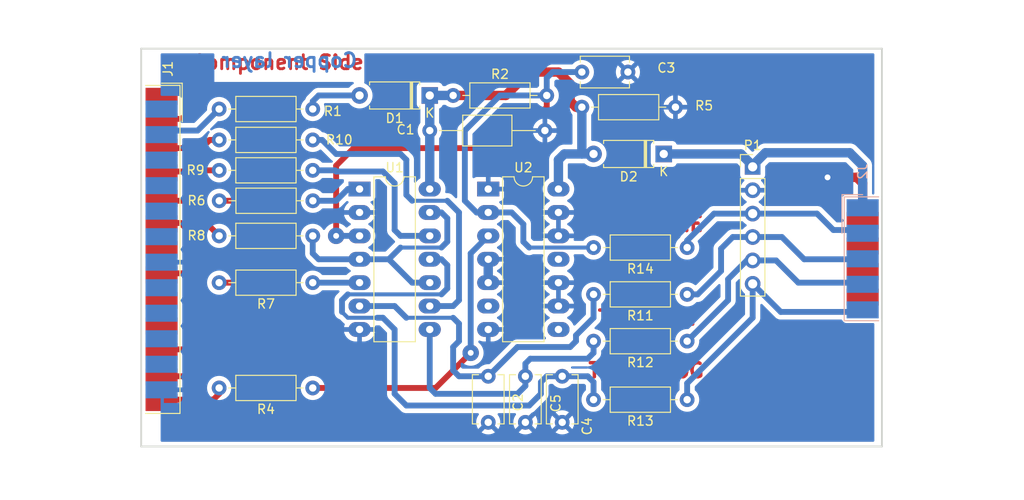
<source format=kicad_pcb>
(kicad_pcb (version 20220621) (generator pcbnew)
  (title_block (rev "1") (company "Kicad Demo"))
  (layers (0 "F.Cu" signal "top_copper") (31 "B.Cu" signal "bottom_copper") (34 "B.Paste" user) (35 "F.Paste" user) (36 "B.SilkS" user "B.Silkscreen") (37 "F.SilkS" user "F.Silkscreen") (38 "B.Mask" user) (39 "F.Mask" user) (44 "Edge.Cuts" user))
  (net 0 "")
  (net 1 "/CLK-D1")
  (net 2 "/CTRL-D3")
  (net 3 "/DONE-SELECT*")
  (net 4 "/PWR_3,3-5V")
  (net 5 "/TCK-CCLK")
  (net 6 "/TD0-DONE")
  (net 7 "/TD0-PROG-D4")
  (net 8 "/TDI-DIN")
  (net 9 "/TDI-DIN-D0")
  (net 10 "/TMS-PROG")
  (net 11 "/TMS-PROG-D2")
  (net 12 "/VCC_SENSE-ERROR*")
  (net 13 "GND")
  (net 14 "VCC")
  (net 15 "Net-(U1B-O)")
  (net 16 "Net-(U1A-O)")
  (net 20 "Net-(U1D-O)")
  (net 21 "Net-(U1C-O)")
  (net 22 "Net-(D1-K)")
  (net 29 "Net-(J1-Pad11)")
  (net 34 "Net-(U2A-O)")
  (net 35 "Net-(U1A-E)")
  (net 36 "Net-(U1B-D)")
  (net 37 "Net-(U1B-E)")
  (net 38 "Net-(U1D-D)")
  (net 39 "Net-(U1C-D)")
  (footprint "Resistor_THT:R_Axial_DIN0207_L6.3mm_D2.5mm_P10.16mm_Horizontal" (layer "F.Cu") (at 162.56 88.9 180)
    (fp_text reference "R14" (at 5.08 -2.31 180) (layer "F.SilkS"))
    (fp_text value "100")
    (fp_line (start 1.04 0) (end 1.81 0) (stroke (width 0.12)) (layer "F.SilkS"))
    (fp_line (start 1.81 -1.37) (end 1.81 1.37) (stroke (width 0.12)) (layer "F.SilkS"))
    (fp_line (start 1.81 1.37) (end 8.35 1.37) (stroke (width 0.12)) (layer "F.SilkS"))
    (fp_line (start 8.35 -1.37) (end 1.81 -1.37) (stroke (width 0.12)) (layer "F.SilkS"))
    (fp_line (start 8.35 1.37) (end 8.35 -1.37) (stroke (width 0.12)) (layer "F.SilkS"))
    (fp_line (start 9.12 0) (end 8.35 0) (stroke (width 0.12)) (layer "F.SilkS"))
    (pad "1" thru_hole circle (at 0 0 180) (size 1.6 1.6) (drill 0.8) (layers *.Cu *.Mask) (net 6 "/TD0-DONE"))
    (pad "2" thru_hole oval (at 10.16 0 180) (size 1.6 1.6) (drill 0.8) (layers *.Cu *.Mask) (net 16 "Net-(U1A-O)"))
  )
  (footprint "Resistor_THT:R_Axial_DIN0207_L6.3mm_D2.5mm_P10.16mm_Horizontal" (layer "F.Cu") (at 121.92 80.518 180)
    (fp_text reference "R9" (at 12.72 0.018 180) (layer "F.SilkS"))
    (fp_text value "100")
    (fp_line (start 1.04 0) (end 1.81 0) (stroke (width 0.12)) (layer "F.SilkS"))
    (fp_line (start 1.81 -1.37) (end 1.81 1.37) (stroke (width 0.12)) (layer "F.SilkS"))
    (fp_line (start 1.81 1.37) (end 8.35 1.37) (stroke (width 0.12)) (layer "F.SilkS"))
    (fp_line (start 8.35 -1.37) (end 1.81 -1.37) (stroke (width 0.12)) (layer "F.SilkS"))
    (fp_line (start 8.35 1.37) (end 8.35 -1.37) (stroke (width 0.12)) (layer "F.SilkS"))
    (fp_line (start 9.12 0) (end 8.35 0) (stroke (width 0.12)) (layer "F.SilkS"))
    (pad "1" thru_hole circle (at 0 0 180) (size 1.6 1.6) (drill 0.8) (layers *.Cu *.Mask) (net 38 "Net-(U1D-D)"))
    (pad "2" thru_hole oval (at 10.16 0 180) (size 1.6 1.6) (drill 0.8) (layers *.Cu *.Mask) (net 11 "/TMS-PROG-D2"))
  )
  (footprint "Resistor_THT:R_Axial_DIN0207_L6.3mm_D2.5mm_P10.16mm_Horizontal" (layer "F.Cu") (at 121.92 104.14 180)
    (fp_text reference "R4" (at 5.08 -2.31 180) (layer "F.SilkS"))
    (fp_text value "47")
    (fp_line (start 1.04 0) (end 1.81 0) (stroke (width 0.12)) (layer "F.SilkS"))
    (fp_line (start 1.81 -1.37) (end 1.81 1.37) (stroke (width 0.12)) (layer "F.SilkS"))
    (fp_line (start 1.81 1.37) (end 8.35 1.37) (stroke (width 0.12)) (layer "F.SilkS"))
    (fp_line (start 8.35 -1.37) (end 1.81 -1.37) (stroke (width 0.12)) (layer "F.SilkS"))
    (fp_line (start 8.35 1.37) (end 8.35 -1.37) (stroke (width 0.12)) (layer "F.SilkS"))
    (fp_line (start 9.12 0) (end 8.35 0) (stroke (width 0.12)) (layer "F.SilkS"))
    (pad "1" thru_hole circle (at 0 0 180) (size 1.6 1.6) (drill 0.8) (layers *.Cu *.Mask) (net 34 "Net-(U2A-O)"))
    (pad "2" thru_hole oval (at 10.16 0 180) (size 1.6 1.6) (drill 0.8) (layers *.Cu *.Mask) (net 3 "/DONE-SELECT*"))
  )
  (footprint "Resistor_THT:R_Axial_DIN0207_L6.3mm_D2.5mm_P10.16mm_Horizontal" (layer "F.Cu") (at 162.56 105.41 180)
    (fp_text reference "R13" (at 5.08 -2.31 180) (layer "F.SilkS"))
    (fp_text value "100")
    (fp_line (start 1.04 0) (end 1.81 0) (stroke (width 0.12)) (layer "F.SilkS"))
    (fp_line (start 1.81 -1.37) (end 1.81 1.37) (stroke (width 0.12)) (layer "F.SilkS"))
    (fp_line (start 1.81 1.37) (end 8.35 1.37) (stroke (width 0.12)) (layer "F.SilkS"))
    (fp_line (start 8.35 -1.37) (end 1.81 -1.37) (stroke (width 0.12)) (layer "F.SilkS"))
    (fp_line (start 8.35 1.37) (end 8.35 -1.37) (stroke (width 0.12)) (layer "F.SilkS"))
    (fp_line (start 9.12 0) (end 8.35 0) (stroke (width 0.12)) (layer "F.SilkS"))
    (pad "1" thru_hole circle (at 0 0 180) (size 1.6 1.6) (drill 0.8) (layers *.Cu *.Mask) (net 10 "/TMS-PROG"))
    (pad "2" thru_hole oval (at 10.16 0 180) (size 1.6 1.6) (drill 0.8) (layers *.Cu *.Mask) (net 20 "Net-(U1D-O)"))
  )
  (footprint "Resistor_THT:R_Axial_DIN0207_L6.3mm_D2.5mm_P10.16mm_Horizontal" (layer "F.Cu") (at 162.56 99.06 180)
    (fp_text reference "R12" (at 5.08 -2.31 180) (layer "F.SilkS"))
    (fp_text value "100")
    (fp_line (start 1.04 0) (end 1.81 0) (stroke (width 0.12)) (layer "F.SilkS"))
    (fp_line (start 1.81 -1.37) (end 1.81 1.37) (stroke (width 0.12)) (layer "F.SilkS"))
    (fp_line (start 1.81 1.37) (end 8.35 1.37) (stroke (width 0.12)) (layer "F.SilkS"))
    (fp_line (start 8.35 -1.37) (end 1.81 -1.37) (stroke (width 0.12)) (layer "F.SilkS"))
    (fp_line (start 8.35 1.37) (end 8.35 -1.37) (stroke (width 0.12)) (layer "F.SilkS"))
    (fp_line (start 9.12 0) (end 8.35 0) (stroke (width 0.12)) (layer "F.SilkS"))
    (pad "1" thru_hole circle (at 0 0 180) (size 1.6 1.6) (drill 0.8) (layers *.Cu *.Mask) (net 5 "/TCK-CCLK"))
    (pad "2" thru_hole oval (at 10.16 0 180) (size 1.6 1.6) (drill 0.8) (layers *.Cu *.Mask) (net 21 "Net-(U1C-O)"))
  )
  (footprint "Resistor_THT:R_Axial_DIN0207_L6.3mm_D2.5mm_P10.16mm_Horizontal" (layer "F.Cu") (at 162.56 93.98 180)
    (fp_text reference "R11" (at 5.08 -2.31 180) (layer "F.SilkS"))
    (fp_text value "100")
    (fp_line (start 1.04 0) (end 1.81 0) (stroke (width 0.12)) (layer "F.SilkS"))
    (fp_line (start 1.81 -1.37) (end 1.81 1.37) (stroke (width 0.12)) (layer "F.SilkS"))
    (fp_line (start 1.81 1.37) (end 8.35 1.37) (stroke (width 0.12)) (layer "F.SilkS"))
    (fp_line (start 8.35 -1.37) (end 1.81 -1.37) (stroke (width 0.12)) (layer "F.SilkS"))
    (fp_line (start 8.35 1.37) (end 8.35 -1.37) (stroke (width 0.12)) (layer "F.SilkS"))
    (fp_line (start 9.12 0) (end 8.35 0) (stroke (width 0.12)) (layer "F.SilkS"))
    (pad "1" thru_hole circle (at 0 0 180) (size 1.6 1.6) (drill 0.8) (layers *.Cu *.Mask) (net 8 "/TDI-DIN"))
    (pad "2" thru_hole oval (at 10.16 0 180) (size 1.6 1.6) (drill 0.8) (layers *.Cu *.Mask) (net 15 "Net-(U1B-O)"))
  )
  (footprint "Resistor_THT:R_Axial_DIN0207_L6.3mm_D2.5mm_P10.16mm_Horizontal" (layer "F.Cu") (at 121.92 87.63 180)
    (fp_text reference "R8" (at 12.62 0.03 180) (layer "F.SilkS"))
    (fp_text value "100")
    (fp_line (start 1.04 0) (end 1.81 0) (stroke (width 0.12)) (layer "F.SilkS"))
    (fp_line (start 1.81 -1.37) (end 1.81 1.37) (stroke (width 0.12)) (layer "F.SilkS"))
    (fp_line (start 1.81 1.37) (end 8.35 1.37) (stroke (width 0.12)) (layer "F.SilkS"))
    (fp_line (start 8.35 -1.37) (end 1.81 -1.37) (stroke (width 0.12)) (layer "F.SilkS"))
    (fp_line (start 8.35 1.37) (end 8.35 -1.37) (stroke (width 0.12)) (layer "F.SilkS"))
    (fp_line (start 9.12 0) (end 8.35 0) (stroke (width 0.12)) (layer "F.SilkS"))
    (pad "1" thru_hole circle (at 0 0 180) (size 1.6 1.6) (drill 0.8) (layers *.Cu *.Mask) (net 37 "Net-(U1B-E)"))
    (pad "2" thru_hole oval (at 10.16 0 180) (size 1.6 1.6) (drill 0.8) (layers *.Cu *.Mask) (net 2 "/CTRL-D3"))
  )
  (footprint "Resistor_THT:R_Axial_DIN0207_L6.3mm_D2.5mm_P10.16mm_Horizontal" (layer "F.Cu") (at 121.92 92.71 180)
    (fp_text reference "R7" (at 5.08 -2.31 180) (layer "F.SilkS"))
    (fp_text value "100")
    (fp_line (start 1.04 0) (end 1.81 0) (stroke (width 0.12)) (layer "F.SilkS"))
    (fp_line (start 1.81 -1.37) (end 1.81 1.37) (stroke (width 0.12)) (layer "F.SilkS"))
    (fp_line (start 1.81 1.37) (end 8.35 1.37) (stroke (width 0.12)) (layer "F.SilkS"))
    (fp_line (start 8.35 -1.37) (end 1.81 -1.37) (stroke (width 0.12)) (layer "F.SilkS"))
    (fp_line (start 8.35 1.37) (end 8.35 -1.37) (stroke (width 0.12)) (layer "F.SilkS"))
    (fp_line (start 9.12 0) (end 8.35 0) (stroke (width 0.12)) (layer "F.SilkS"))
    (pad "1" thru_hole circle (at 0 0 180) (size 1.6 1.6) (drill 0.8) (layers *.Cu *.Mask) (net 36 "Net-(U1B-D)"))
    (pad "2" thru_hole oval (at 10.16 0 180) (size 1.6 1.6) (drill 0.8) (layers *.Cu *.Mask) (net 9 "/TDI-DIN-D0"))
  )
  (footprint "Resistor_THT:R_Axial_DIN0207_L6.3mm_D2.5mm_P10.16mm_Horizontal" (layer "F.Cu") (at 121.9327 83.82 180)
    (fp_text reference "R6" (at 12.6327 0.02 180) (layer "F.SilkS"))
    (fp_text value "100")
    (fp_line (start 1.04 0) (end 1.81 0) (stroke (width 0.12)) (layer "F.SilkS"))
    (fp_line (start 1.81 -1.37) (end 1.81 1.37) (stroke (width 0.12)) (layer "F.SilkS"))
    (fp_line (start 1.81 1.37) (end 8.35 1.37) (stroke (width 0.12)) (layer "F.SilkS"))
    (fp_line (start 8.35 -1.37) (end 1.81 -1.37) (stroke (width 0.12)) (layer "F.SilkS"))
    (fp_line (start 8.35 1.37) (end 8.35 -1.37) (stroke (width 0.12)) (layer "F.SilkS"))
    (fp_line (start 9.12 0) (end 8.35 0) (stroke (width 0.12)) (layer "F.SilkS"))
    (pad "1" thru_hole circle (at 0 0 180) (size 1.6 1.6) (drill 0.8) (layers *.Cu *.Mask) (net 35 "Net-(U1A-E)"))
    (pad "2" thru_hole oval (at 10.16 0 180) (size 1.6 1.6) (drill 0.8) (layers *.Cu *.Mask) (net 7 "/TD0-PROG-D4"))
  )
  (footprint "Resistor_THT:R_Axial_DIN0207_L6.3mm_D2.5mm_P10.16mm_Horizontal" (layer "F.Cu") (at 137.16 72.39)
    (fp_text reference "R2" (at 5.08 -2.31) (layer "F.SilkS"))
    (fp_text value "5,1K")
    (fp_line (start 1.04 0) (end 1.81 0) (stroke (width 0.12)) (layer "F.SilkS"))
    (fp_line (start 1.81 -1.37) (end 1.81 1.37) (stroke (width 0.12)) (layer "F.SilkS"))
    (fp_line (start 1.81 1.37) (end 8.35 1.37) (stroke (width 0.12)) (layer "F.SilkS"))
    (fp_line (start 8.35 -1.37) (end 1.81 -1.37) (stroke (width 0.12)) (layer "F.SilkS"))
    (fp_line (start 8.35 1.37) (end 8.35 -1.37) (stroke (width 0.12)) (layer "F.SilkS"))
    (fp_line (start 9.12 0) (end 8.35 0) (stroke (width 0.12)) (layer "F.SilkS"))
    (pad "1" thru_hole circle (at 0 0) (size 1.6 1.6) (drill 0.8) (layers *.Cu *.Mask) (net 14 "VCC"))
    (pad "2" thru_hole oval (at 10.16 0) (size 1.6 1.6) (drill 0.8) (layers *.Cu *.Mask) (net 16 "Net-(U1A-O)"))
  )
  (footprint "Resistor_THT:R_Axial_DIN0207_L6.3mm_D2.5mm_P10.16mm_Horizontal" (layer "F.Cu") (at 151.13 73.66)
    (fp_text reference "R5" (at 13.27 -0.16) (layer "F.SilkS"))
    (fp_text value "1K")
    (fp_line (start 1.04 0) (end 1.81 0) (stroke (width 0.12)) (layer "F.SilkS"))
    (fp_line (start 1.81 -1.37) (end 1.81 1.37) (stroke (width 0.12)) (layer "F.SilkS"))
    (fp_line (start 1.81 1.37) (end 8.35 1.37) (stroke (width 0.12)) (layer "F.SilkS"))
    (fp_line (start 8.35 -1.37) (end 1.81 -1.37) (stroke (width 0.12)) (layer "F.SilkS"))
    (fp_line (start 8.35 1.37) (end 8.35 -1.37) (stroke (width 0.12)) (layer "F.SilkS"))
    (fp_line (start 9.12 0) (end 8.35 0) (stroke (width 0.12)) (layer "F.SilkS"))
    (pad "1" thru_hole circle (at 0 0) (size 1.6 1.6) (drill 0.8) (layers *.Cu *.Mask) (net 14 "VCC"))
    (pad "2" thru_hole oval (at 10.16 0) (size 1.6 1.6) (drill 0.8) (layers *.Cu *.Mask) (net 13 "GND"))
  )
  (footprint "Resistor_THT:R_Axial_DIN0207_L6.3mm_D2.5mm_P10.16mm_Horizontal" (layer "F.Cu") (at 121.92 77.216 180)
    (fp_text reference "R10" (at -2.88 0.016 180) (layer "F.SilkS"))
    (fp_text value "100")
    (fp_line (start 1.04 0) (end 1.81 0) (stroke (width 0.12)) (layer "F.SilkS"))
    (fp_line (start 1.81 -1.37) (end 1.81 1.37) (stroke (width 0.12)) (layer "F.SilkS"))
    (fp_line (start 1.81 1.37) (end 8.35 1.37) (stroke (width 0.12)) (layer "F.SilkS"))
    (fp_line (start 8.35 -1.37) (end 1.81 -1.37) (stroke (width 0.12)) (layer "F.SilkS"))
    (fp_line (start 8.35 1.37) (end 8.35 -1.37) (stroke (width 0.12)) (layer "F.SilkS"))
    (fp_line (start 9.12 0) (end 8.35 0) (stroke (width 0.12)) (layer "F.SilkS"))
    (pad "1" thru_hole circle (at 0 0 180) (size 1.6 1.6) (drill 0.8) (layers *.Cu *.Mask) (net 39 "Net-(U1C-D)"))
    (pad "2" thru_hole oval (at 10.16 0 180) (size 1.6 1.6) (drill 0.8) (layers *.Cu *.Mask) (net 1 "/CLK-D1"))
  )
  (footprint "Diode_THT:D_A-405_P7.62mm_Horizontal" (layer "F.Cu") (at 160.02 78.74 180)
    (fp_text reference "D2" (at 3.81 -2.47 180) (layer "F.SilkS"))
    (fp_text value "BAT46")
    (fp_text user "K" (at 0 -1.9 180) (layer "F.SilkS"))
    (fp_line (start 1.09 -1.47) (end 6.53 -1.47) (stroke (width 0.12)) (layer "F.SilkS"))
    (fp_line (start 1.09 -1.14) (end 1.09 -1.47) (stroke (width 0.12)) (layer "F.SilkS"))
    (fp_line (start 1.09 1.14) (end 1.09 1.47) (stroke (width 0.12)) (layer "F.SilkS"))
    (fp_line (start 1.09 1.47) (end 6.53 1.47) (stroke (width 0.12)) (layer "F.SilkS"))
    (fp_line (start 1.87 -1.47) (end 1.87 1.47) (stroke (width 0.12)) (layer "F.SilkS"))
    (fp_line (start 1.99 -1.47) (end 1.99 1.47) (stroke (width 0.12)) (layer "F.SilkS"))
    (fp_line (start 2.11 -1.47) (end 2.11 1.47) (stroke (width 0.12)) (layer "F.SilkS"))
    (fp_line (start 6.53 -1.47) (end 6.53 -1.14) (stroke (width 0.12)) (layer "F.SilkS"))
    (fp_line (start 6.53 1.47) (end 6.53 1.14) (stroke (width 0.12)) (layer "F.SilkS"))
    (pad "1" thru_hole rect (at 0 0 180) (size 1.8 1.8) (drill 0.9) (layers *.Cu *.Mask) (net 4 "/PWR_3,3-5V"))
    (pad "2" thru_hole oval (at 7.62 0 180) (size 1.8 1.8) (drill 0.9) (layers *.Cu *.Mask) (net 14 "VCC"))
  )
  (footprint "Diode_THT:D_A-405_P7.62mm_Horizontal" (layer "F.Cu") (at 134.62 72.39 180)
    (fp_text reference "D1" (at 3.81 -2.47 180) (layer "F.SilkS"))
    (fp_text value "BAT46")
    (fp_text user "K" (at 0 -1.9 180) (layer "F.SilkS"))
    (fp_line (start 1.09 -1.47) (end 6.53 -1.47) (stroke (width 0.12)) (layer "F.SilkS"))
    (fp_line (start 1.09 -1.14) (end 1.09 -1.47) (stroke (width 0.12)) (layer "F.SilkS"))
    (fp_line (start 1.09 1.14) (end 1.09 1.47) (stroke (width 0.12)) (layer "F.SilkS"))
    (fp_line (start 1.09 1.47) (end 6.53 1.47) (stroke (width 0.12)) (layer "F.SilkS"))
    (fp_line (start 1.87 -1.47) (end 1.87 1.47) (stroke (width 0.12)) (layer "F.SilkS"))
    (fp_line (start 1.99 -1.47) (end 1.99 1.47) (stroke (width 0.12)) (layer "F.SilkS"))
    (fp_line (start 2.11 -1.47) (end 2.11 1.47) (stroke (width 0.12)) (layer "F.SilkS"))
    (fp_line (start 6.53 -1.47) (end 6.53 -1.14) (stroke (width 0.12)) (layer "F.SilkS"))
    (fp_line (start 6.53 1.47) (end 6.53 1.14) (stroke (width 0.12)) (layer "F.SilkS"))
    (pad "1" thru_hole rect (at 0 0 180) (size 1.8 1.8) (drill 0.9) (layers *.Cu *.Mask) (net 14 "VCC"))
    (pad "2" thru_hole oval (at 7.62 0 180) (size 1.8 1.8) (drill 0.9) (layers *.Cu *.Mask) (net 22 "Net-(D1-K)"))
  )
  (footprint "Resistor_THT:R_Axial_DIN0207_L6.3mm_D2.5mm_P10.16mm_Horizontal" (layer "F.Cu") (at 121.92 73.8632 180)
    (fp_text reference "R1" (at -2.18 -0.2368 180) (layer "F.SilkS"))
    (fp_text value "100")
    (fp_line (start 1.04 0) (end 1.81 0) (stroke (width 0.12)) (layer "F.SilkS"))
    (fp_line (start 1.81 -1.37) (end 1.81 1.37) (stroke (width 0.12)) (layer "F.SilkS"))
    (fp_line (start 1.81 1.37) (end 8.35 1.37) (stroke (width 0.12)) (layer "F.SilkS"))
    (fp_line (start 8.35 -1.37) (end 1.81 -1.37) (stroke (width 0.12)) (layer "F.SilkS"))
    (fp_line (start 8.35 1.37) (end 8.35 -1.37) (stroke (width 0.12)) (layer "F.SilkS"))
    (fp_line (start 9.12 0) (end 8.35 0) (stroke (width 0.12)) (layer "F.SilkS"))
    (pad "1" thru_hole circle (at 0 0 180) (size 1.6 1.6) (drill 0.8) (layers *.Cu *.Mask) (net 22 "Net-(D1-K)"))
    (pad "2" thru_hole oval (at 10.16 0 180) (size 1.6 1.6) (drill 0.8) (layers *.Cu *.Mask) (net 12 "/VCC_SENSE-ERROR*"))
  )
  (footprint "Capacitor_THT:C_Axial_L5.1mm_D3.1mm_P12.50mm_Horizontal" (layer "F.Cu") (at 134.62 76.2)
    (fp_text reference "C1" (at -2.62 -0.1) (layer "F.SilkS"))
    (fp_text value "1uF")
    (fp_line (start 1.04 0) (end 3.58 0) (stroke (width 0.12)) (layer "F.SilkS"))
    (fp_line (start 3.58 -1.67) (end 3.58 1.67) (stroke (width 0.12)) (layer "F.SilkS"))
    (fp_line (start 3.58 1.67) (end 8.92 1.67) (stroke (width 0.12)) (layer "F.SilkS"))
    (fp_line (start 8.92 -1.67) (end 3.58 -1.67) (stroke (width 0.12)) (layer "F.SilkS"))
    (fp_line (start 8.92 1.67) (end 8.92 -1.67) (stroke (width 0.12)) (layer "F.SilkS"))
    (fp_line (start 11.46 0) (end 8.92 0) (stroke (width 0.12)) (layer "F.SilkS"))
    (pad "1" thru_hole circle (at 0 0) (size 1.6 1.6) (drill 0.8) (layers *.Cu *.Mask) (net 14 "VCC"))
    (pad "2" thru_hole oval (at 12.5 0) (size 1.6 1.6) (drill 0.8) (layers *.Cu *.Mask) (net 13 "GND"))
  )
  (footprint "Connector_PinHeader_2.54mm:PinHeader_1x06_P2.54mm_Vertical" (layer "F.Cu") (at 169.672 80.137)
    (fp_text reference "P1" (at 0 -2.33) (layer "F.SilkS"))
    (fp_text value "CONN_6")
    (fp_line (start -1.33 -1.33) (end 0 -1.33) (stroke (width 0.12)) (layer "F.SilkS"))
    (fp_line (start -1.33 0) (end -1.33 -1.33) (stroke (width 0.12)) (layer "F.SilkS"))
    (fp_line (start -1.33 1.27) (end -1.33 14.03) (stroke (width 0.12)) (layer "F.SilkS"))
    (fp_line (start -1.33 1.27) (end 1.33 1.27) (stroke (width 0.12)) (layer "F.SilkS"))
    (fp_line (start -1.33 14.03) (end 1.33 14.03) (stroke (width 0.12)) (layer "F.SilkS"))
    (fp_line (start 1.33 1.27) (end 1.33 14.03) (stroke (width 0.12)) (layer "F.SilkS"))
    (pad "1" thru_hole rect locked (at 0 0) (size 1.7 1.7) (drill 1) (layers *.Cu *.Mask) (net 4 "/PWR_3,3-5V"))
    (pad "2" thru_hole oval locked (at 0 2.54) (size 1.7 1.7) (drill 1) (layers *.Cu *.Mask) (net 13 "GND"))
    (pad "3" thru_hole oval locked (at 0 5.08) (size 1.7 1.7) (drill 1) (layers *.Cu *.Mask) (net 6 "/TD0-DONE"))
    (pad "4" thru_hole oval locked (at 0 7.62) (size 1.7 1.7) (drill 1) (layers *.Cu *.Mask) (net 8 "/TDI-DIN"))
    (pad "5" thru_hole oval locked (at 0 10.16) (size 1.7 1.7) (drill 1) (layers *.Cu *.Mask) (net 5 "/TCK-CCLK"))
    (pad "6" thru_hole oval locked (at 0 12.7) (size 1.7 1.7) (drill 1) (layers *.Cu *.Mask) (net 10 "/TMS-PROG"))
  )
  (footprint "Package_DIP:DIP-14_W7.62mm_LongPads" (layer "F.Cu") (at 140.97 82.55)
    (fp_text reference "U2" (at 3.81 -2.33) (layer "F.SilkS"))
    (fp_text value "74LS125")
    (fp_line (start 1.56 -1.33) (end 1.56 16.57) (stroke (width 0.12)) (layer "F.SilkS"))
    (fp_line (start 1.56 16.57) (end 6.06 16.57) (stroke (width 0.12)) (layer "F.SilkS"))
    (fp_line (start 2.81 -1.33) (end 1.56 -1.33) (stroke (width 0.12)) (layer "F.SilkS"))
    (fp_line (start 6.06 -1.33) (end 4.81 -1.33) (stroke (width 0.12)) (layer "F.SilkS"))
    (fp_line (start 6.06 16.57) (end 6.06 -1.33) (stroke (width 0.12)) (layer "F.SilkS"))
    (fp_arc (start 4.81 -1.33) (mid 3.81 -0.33) (end 2.81 -1.33) (stroke (width 0.12)) (layer "F.SilkS"))
    (pad "1" thru_hole rect (at 0 0) (size 2.4 1.6) (drill 0.8) (layers *.Cu *.Mask) (net 13 "GND"))
    (pad "2" thru_hole oval (at 0 2.54) (size 2.4 1.6) (drill 0.8) (layers *.Cu *.Mask) (net 16 "Net-(U1A-O)"))
    (pad "3" thru_hole oval (at 0 5.08) (size 2.4 1.6) (drill 0.8) (layers *.Cu *.Mask) (net 34 "Net-(U2A-O)"))
    (pad "4" thru_hole oval (at 0 7.62) (size 2.4 1.6) (drill 0.8) (layers *.Cu *.Mask) (net 13 "GND"))
    (pad "5" thru_hole oval (at 0 10.16) (size 2.4 1.6) (drill 0.8) (layers *.Cu *.Mask) (net 13 "GND"))
    (pad "6" thru_hole oval (at 0 12.7) (size 2.4 1.6) (drill 0.8) (layers *.Cu *.Mask))
    (pad "7" thru_hole oval (at 0 15.24) (size 2.4 1.6) (drill 0.8) (layers *.Cu *.Mask) (net 13 "GND"))
    (pad "8" thru_hole oval (at 7.62 15.24) (size 2.4 1.6) (drill 0.8) (layers *.Cu *.Mask))
    (pad "9" thru_hole oval (at 7.62 12.7) (size 2.4 1.6) (drill 0.8) (layers *.Cu *.Mask) (net 13 "GND"))
    (pad "10" thru_hole oval (at 7.62 10.16) (size 2.4 1.6) (drill 0.8) (layers *.Cu *.Mask) (net 13 "GND"))
    (pad "11" thru_hole oval (at 7.62 7.62) (size 2.4 1.6) (drill 0.8) (layers *.Cu *.Mask))
    (pad "12" thru_hole oval (at 7.62 5.08) (size 2.4 1.6) (drill 0.8) (layers *.Cu *.Mask) (net 13 "GND"))
    (pad "13" thru_hole oval (at 7.62 2.54) (size 2.4 1.6) (drill 0.8) (layers *.Cu *.Mask) (net 13 "GND"))
    (pad "14" thru_hole oval (at 7.62 0) (size 2.4 1.6) (drill 0.8) (layers *.Cu *.Mask) (net 14 "VCC"))
  )
  (footprint "Package_DIP:DIP-14_W7.62mm_LongPads" (layer "F.Cu") (at 127 82.55)
    (fp_text reference "U1" (at 3.81 -2.33) (layer "F.SilkS"))
    (fp_text value "74LS125")
    (fp_line (start 1.56 -1.33) (end 1.56 16.57) (stroke (width 0.12)) (layer "F.SilkS"))
    (fp_line (start 1.56 16.57) (end 6.06 16.57) (stroke (width 0.12)) (layer "F.SilkS"))
    (fp_line (start 2.81 -1.33) (end 1.56 -1.33) (stroke (width 0.12)) (layer "F.SilkS"))
    (fp_line (start 6.06 -1.33) (end 4.81 -1.33) (stroke (width 0.12)) (layer "F.SilkS"))
    (fp_line (start 6.06 16.57) (end 6.06 -1.33) (stroke (width 0.12)) (layer "F.SilkS"))
    (fp_arc (start 4.81 -1.33) (mid 3.81 -0.33) (end 2.81 -1.33) (stroke (width 0.12)) (layer "F.SilkS"))
    (pad "1" thru_hole rect (at 0 0) (size 2.4 1.6) (drill 0.8) (layers *.Cu *.Mask) (net 35 "Net-(U1A-E)"))
    (pad "2" thru_hole oval (at 0 2.54) (size 2.4 1.6) (drill 0.8) (layers *.Cu *.Mask) (net 13 "GND"))
    (pad "3" thru_hole oval (at 0 5.08) (size 2.4 1.6) (drill 0.8) (layers *.Cu *.Mask) (net 16 "Net-(U1A-O)"))
    (pad "4" thru_hole oval (at 0 7.62) (size 2.4 1.6) (drill 0.8) (layers *.Cu *.Mask) (net 37 "Net-(U1B-E)"))
    (pad "5" thru_hole oval (at 0 10.16) (size 2.4 1.6) (drill 0.8) (layers *.Cu *.Mask) (net 36 "Net-(U1B-D)"))
    (pad "6" thru_hole oval (at 0 12.7) (size 2.4 1.6) (drill 0.8) (layers *.Cu *.Mask) (net 15 "Net-(U1B-O)"))
    (pad "7" thru_hole oval (at 0 15.24) (size 2.4 1.6) (drill 0.8) (layers *.Cu *.Mask) (net 13 "GND"))
    (pad "8" thru_hole oval (at 7.62 15.24) (size 2.4 1.6) (drill 0.8) (layers *.Cu *.Mask) (net 21 "Net-(U1C-O)"))
    (pad "9" thru_hole oval (at 7.62 12.7) (size 2.4 1.6) (drill 0.8) (layers *.Cu *.Mask) (net 39 "Net-(U1C-D)"))
    (pad "10" thru_hole oval (at 7.62 10.16) (size 2.4 1.6) (drill 0.8) (layers *.Cu *.Mask) (net 37 "Net-(U1B-E)"))
    (pad "11" thru_hole oval (at 7.62 7.62) (size 2.4 1.6) (drill 0.8) (layers *.Cu *.Mask) (net 20 "Net-(U1D-O)"))
    (pad "12" thru_hole oval (at 7.62 5.08) (size 2.4 1.6) (drill 0.8) (layers *.Cu *.Mask) (net 38 "Net-(U1D-D)"))
    (pad "13" thru_hole oval (at 7.62 2.54) (size 2.4 1.6) (drill 0.8) (layers *.Cu *.Mask) (net 37 "Net-(U1B-E)"))
    (pad "14" thru_hole oval (at 7.62 0) (size 2.4 1.6) (drill 0.8) (layers *.Cu *.Mask) (net 14 "VCC"))
  )
  (footprint "Capacitor_THT:C_Disc_D5.1mm_W3.2mm_P5.00mm" (layer "F.Cu") (at 145 102.87 -90)
    (fp_text reference "C5" (at 2.93 -3.3 -90) (layer "F.SilkS"))
    (fp_text value "100pF")
    (fp_line (start -0.17 -1.721) (end -0.17 -1.055) (stroke (width 0.12)) (layer "F.SilkS"))
    (fp_line (start -0.17 -1.721) (end 5.17 -1.721) (stroke (width 0.12)) (layer "F.SilkS"))
    (fp_line (start -0.17 1.055) (end -0.17 1.721) (stroke (width 0.12)) (layer "F.SilkS"))
    (fp_line (start -0.17 1.721) (end 5.17 1.721) (stroke (width 0.12)) (layer "F.SilkS"))
    (fp_line (start 5.17 -1.721) (end 5.17 -1.055) (stroke (width 0.12)) (layer "F.SilkS"))
    (fp_line (start 5.17 1.055) (end 5.17 1.721) (stroke (width 0.12)) (layer "F.SilkS"))
    (pad "1" thru_hole circle (at 0 0 270) (size 1.6 1.6) (drill 0.8) (layers *.Cu *.Mask) (net 21 "Net-(U1C-O)"))
    (pad "2" thru_hole circle (at 5 0 270) (size 1.6 1.6) (drill 0.8) (layers *.Cu *.Mask) (net 13 "GND"))
  )
  (footprint "Capacitor_THT:C_Disc_D5.1mm_W3.2mm_P5.00mm" (layer "F.Cu") (at 149 102.87 -90)
    (fp_text reference "C4" (at 5.43 -2.7 -90) (layer "F.SilkS"))
    (fp_text value "100pF")
    (fp_line (start -0.17 -1.721) (end -0.17 -1.055) (stroke (width 0.12)) (layer "F.SilkS"))
    (fp_line (start -0.17 -1.721) (end 5.17 -1.721) (stroke (width 0.12)) (layer "F.SilkS"))
    (fp_line (start -0.17 1.055) (end -0.17 1.721) (stroke (width 0.12)) (layer "F.SilkS"))
    (fp_line (start -0.17 1.721) (end 5.17 1.721) (stroke (width 0.12)) (layer "F.SilkS"))
    (fp_line (start 5.17 -1.721) (end 5.17 -1.055) (stroke (width 0.12)) (layer "F.SilkS"))
    (fp_line (start 5.17 1.055) (end 5.17 1.721) (stroke (width 0.12)) (layer "F.SilkS"))
    (pad "1" thru_hole circle (at 0 0 270) (size 1.6 1.6) (drill 0.8) (layers *.Cu *.Mask) (net 20 "Net-(U1D-O)"))
    (pad "2" thru_hole circle (at 5 0 270) (size 1.6 1.6) (drill 0.8) (layers *.Cu *.Mask) (net 13 "GND"))
  )
  (footprint "Capacitor_THT:C_Disc_D5.1mm_W3.2mm_P5.00mm" (layer "F.Cu") (at 151.13 69.85)
    (fp_text reference "C3" (at 9.17 -0.45) (layer "F.SilkS"))
    (fp_text value "100pF")
    (fp_line (start -0.17 -1.721) (end -0.17 -1.055) (stroke (width 0.12)) (layer "F.SilkS"))
    (fp_line (start -0.17 -1.721) (end 5.17 -1.721) (stroke (width 0.12)) (layer "F.SilkS"))
    (fp_line (start -0.17 1.055) (end -0.17 1.721) (stroke (width 0.12)) (layer "F.SilkS"))
    (fp_line (start -0.17 1.721) (end 5.17 1.721) (stroke (width 0.12)) (layer "F.SilkS"))
    (fp_line (start 5.17 -1.721) (end 5.17 -1.055) (stroke (width 0.12)) (layer "F.SilkS"))
    (fp_line (start 5.17 1.055) (end 5.17 1.721) (stroke (width 0.12)) (layer "F.SilkS"))
    (pad "1" thru_hole circle (at 0 0) (size 1.6 1.6) (drill 0.8) (layers *.Cu *.Mask) (net 16 "Net-(U1A-O)"))
    (pad "2" thru_hole circle (at 5 0) (size 1.6 1.6) (drill 0.8) (layers *.Cu *.Mask) (net 13 "GND"))
  )
  (footprint "Capacitor_THT:C_Disc_D5.1mm_W3.2mm_P5.00mm" (layer "F.Cu") (at 140.97 102.87 -90)
    (fp_text reference "C2" (at 2.83 -3.23 -90) (layer "F.SilkS"))
    (fp_text value "100pF")
    (fp_line (start -0.17 -1.721) (end -0.17 -1.055) (stroke (width 0.12)) (layer "F.SilkS"))
    (fp_line (start -0.17 -1.721) (end 5.17 -1.721) (stroke (width 0.12)) (layer "F.SilkS"))
    (fp_line (start -0.17 1.055) (end -0.17 1.721) (stroke (width 0.12)) (layer "F.SilkS"))
    (fp_line (start -0.17 1.721) (end 5.17 1.721) (stroke (width 0.12)) (layer "F.SilkS"))
    (fp_line (start 5.17 -1.721) (end 5.17 -1.055) (stroke (width 0.12)) (layer "F.SilkS"))
    (fp_line (start 5.17 1.055) (end 5.17 1.721) (stroke (width 0.12)) (layer "F.SilkS"))
    (pad "1" thru_hole circle (at 0 0 270) (size 1.6 1.6) (drill 0.8) (layers *.Cu *.Mask) (net 15 "Net-(U1B-O)"))
    (pad "2" thru_hole circle (at 5 0 270) (size 1.6 1.6) (drill 0.8) (layers *.Cu *.Mask) (net 13 "GND"))
  )
  (footprint "Connector_Dsub:DSUB-25_Male_EdgeMount_P2.77mm" (layer "F.Cu") (at 105.5116 89.1032 -90)
    (fp_text reference "J1" (at -19.6032 -0.6884 -90) (layer "F.SilkS"))
    (fp_text value "DB25MALE")
    (fp_line (start -18.043333 -2.24) (end -13.85 -2.24) (stroke (width 0.12)) (layer "F.SilkS"))
    (fp_line (start -18.043333 0) (end -18.043333 -2.24) (stroke (width 0.12)) (layer "F.SilkS"))
    (fp_line (start -17.803333 -2) (end -17.803333 1.74) (stroke (width 0.12)) (layer "F.SilkS"))
    (fp_line (start 17.803333 -2) (end -17.803333 -2) (stroke (width 0.12)) (layer "F.SilkS"))
    (fp_line (start 17.803333 1.74) (end 17.803333 -2) (stroke (width 0.12)) (layer "F.SilkS"))
    (pad "1" smd rect (at -16.62 0 270) (size 1.846667 3.48) (layers "F.Cu" "F.Paste" "F.Mask"))
    (pad "2" smd rect (at -13.85 0 270) (size 1.846667 3.48) (layers "F.Cu" "F.Paste" "F.Mask") (net 9 "/TDI-DIN-D0"))
    (pad "3" smd rect (at -11.08 0 270) (size 1.846667 3.48) (layers "F.Cu" "F.Paste" "F.Mask") (net 1 "/CLK-D1"))
    (pad "4" smd rect (at -8.31 0 270) (size 1.846667 3.48) (layers "F.Cu" "F.Paste" "F.Mask") (net 11 "/TMS-PROG-D2"))
    (pad "5" smd rect (at -5.54 0 270) (size 1.846667 3.48) (layers "F.Cu" "F.Paste" "F.Mask") (net 2 "/CTRL-D3"))
    (pad "6" smd rect (at -2.77 0 270) (size 1.846667 3.48) (layers "F.Cu" "F.Paste" "F.Mask") (net 7 "/TD0-PROG-D4"))
    (pad "7" smd rect (at 0 0 270) (size 1.846667 3.48) (layers "F.Cu" "F.Paste" "F.Mask"))
    (pad "8" smd rect (at 2.77 0 270) (size 1.846667 3.48) (layers "F.Cu" "F.Paste" "F.Mask") (net 29 "Net-(J1-Pad11)"))
    (pad "9" smd rect (at 5.54 0 270) (size 1.846667 3.48) (layers "F.Cu" "F.Paste" "F.Mask"))
    (pad "10" smd rect (at 8.31 0 270) (size 1.846667 3.48) (layers "F.Cu" "F.Paste" "F.Mask"))
    (pad "11" smd rect (at 11.08 0 270) (size 1.846667 3.48) (layers "F.Cu" "F.Paste" "F.Mask") (net 29 "Net-(J1-Pad11)"))
    (pad "12" smd rect (at 13.85 0 270) (size 1.846667 3.48) (layers "F.Cu" "F.Paste" "F.Mask") (net 29 "Net-(J1-Pad11)"))
    (pad "13" smd rect (at 16.62 0 270) (size 1.846667 3.48) (layers "F.Cu" "F.Paste" "F.Mask") (net 3 "/DONE-SELECT*"))
    (pad "14" smd rect (at -15.235 0 270) (size 1.846667 3.48) (layers "B.Cu" "B.Paste" "B.Mask"))
    (pad "15" smd rect (at -12.465 0 270) (size 1.846667 3.48) (layers "B.Cu" "B.Paste" "B.Mask") (net 12 "/VCC_SENSE-ERROR*"))
    (pad "16" smd rect (at -9.695 0 270) (size 1.846667 3.48) (layers "B.Cu" "B.Paste" "B.Mask"))
    (pad "17" smd rect (at -6.925 0 270) (size 1.846667 3.48) (layers "B.Cu" "B.Paste" "B.Mask"))
    (pad "18" smd rect (at -4.155 0 270) (size 1.846667 3.48) (layers "B.Cu" "B.Paste" "B.Mask"))
    (pad "19" smd rect (at -1.385 0 270) (size 1.846667 3.48) (layers "B.Cu" "B.Paste" "B.Mask"))
    (pad "20" smd rect (at 1.385 0 270) (size 1.846667 3.48) (layers "B.Cu" "B.Paste" "B.Mask") (net 13 "GND"))
    (pad "21" smd rect (at 4.155 0 270) (size 1.846667 3.48) (layers "B.Cu" "B.Paste" "B.Mask"))
    (pad "22" smd rect (at 6.925 0 270) (size 1.846667 3.48) (layers "B.Cu" "B.Paste" "B.Mask"))
    (pad "23" smd rect (at 9.695 0 270) (size 1.846667 3.48) (layers "B.Cu" "B.Paste" "B.Mask"))
    (pad "24" smd rect (at 12.465 0 270) (size 1.846667 3.48) (layers "B.Cu" "B.Paste" "B.Mask"))
    (pad "25" smd rect (at 15.235 0 270) (size 1.846667 3.48) (layers "B.Cu" "B.Paste" "B.Mask") (net 13 "GND"))
  )
  (footprint "Connector_Dsub:DSUB-9_Male_EdgeMount_P2.77mm" (layer "B.Cu") (at 181.61 90.1192 -90)
    (fp_text reference "J2" (at -9.463333 0 -90) (layer "B.SilkS") (effects (justify mirror)))
    (fp_text value "DB9MALE")
    (fp_line (start -6.963333 0) (end -6.963333 2.24) (stroke (width 0.12)) (layer "B.SilkS"))
    (fp_line (start -6.963333 2.24) (end -2.77 2.24) (stroke (width 0.12)) (layer "B.SilkS"))
    (fp_line (start -6.723333 2) (end -6.723333 -1.74) (stroke (width 0.12)) (layer "B.SilkS"))
    (fp_line (start 6.723333 -1.74) (end 6.723333 2) (stroke (width 0.12)) (layer "B.SilkS"))
    (fp_line (start 6.723333 2) (end -6.723333 2) (stroke (width 0.12)) (layer "B.SilkS"))
    (pad "1" smd rect (at -5.54 0 270) (size 1.846667 3.48) (layers "B.Cu" "B.Paste" "B.Mask") (net 4 "/PWR_3,3-5V"))
    (pad "2" smd rect (at -2.77 0 270) (size 1.846667 3.48) (layers "B.Cu" "B.Paste" "B.Mask") (net 6 "/TD0-DONE"))
    (pad "3" smd rect (at 0 0 270) (size 1.846667 3.48) (layers "B.Cu" "B.Paste" "B.Mask") (net 8 "/TDI-DIN"))
    (pad "4" smd rect (at 2.77 0 270) (size 1.846667 3.48) (layers "B.Cu" "B.Paste" "B.Mask") (net 5 "/TCK-CCLK"))
    (pad "5" smd rect (at 5.54 0 270) (size 1.846667 3.48) (layers "B.Cu" "B.Paste" "B.Mask") (net 10 "/TMS-PROG"))
    (pad "6" smd rect (at -4.155 0 270) (size 1.846667 3.48) (layers "F.Cu" "F.Paste" "F.Mask") (net 13 "GND"))
    (pad "7" smd rect (at -1.385 0 270) (size 1.846667 3.48) (layers "F.Cu" "F.Paste" "F.Mask") (net 13 "GND"))
    (pad "8" smd rect (at 1.385 0 270) (size 1.846667 3.48) (layers "F.Cu" "F.Paste" "F.Mask") (net 13 "GND"))
    (pad "9" smd rect (at 4.155 0 270) (size 1.846667 3.48) (layers "F.Cu" "F.Paste" "F.Mask") (net 13 "GND"))
  )
  (gr_line (start 103.3 110.49) (end 103.3 67.31) (stroke (width 0.2)) (layer "Edge.Cuts"))
  (gr_line (start 183.7 110.49) (end 103.3 110.49) (stroke (width 0.2)) (layer "Edge.Cuts"))
  (gr_line (start 103.3 67.31) (end 183.7 67.31) (stroke (width 0.2)) (layer "Edge.Cuts"))
  (gr_line (start 183.7 67.31) (end 183.7 110.49) (stroke (width 0.2)) (layer "Edge.Cuts"))
  (gr_text "TMS-PROG" (at 158.115 102.235) (layer "F.Cu") (effects (font (size 1.524 1.524) (thickness 0.381))))
  (gr_text "TDO-DONE" (at 158.115 86.36) (layer "F.Cu") (effects (font (size 1.524 1.524) (thickness 0.381))))
  (gr_text "GND" (at 162.56 81.28) (layer "F.Cu") (effects (font (size 1.524 1.524) (thickness 0.381))))
  (gr_text "TCK-CCL" (at 158.115 96.52) (layer "F.Cu") (effects (font (size 1.524 1.524) (thickness 0.381))))
  (gr_text "Component Side" (at 118.1 68.8) (layer "F.Cu") (effects (font (size 1.524 1.524) (thickness 0.3048))))
  (gr_text "VCC" (at 162.56 76.2) (layer "F.Cu") (effects (font (size 1.524 1.524) (thickness 0.381))))
  (gr_text "TDI-TIN" (at 158.115 91.44) (layer "F.Cu") (effects (font (size 1.524 1.524) (thickness 0.381))))
  (gr_text "Copper layer" (at 119.38 68.58) (layer "B.Cu") (effects (font (size 1.524 1.524) (thickness 0.3048)) (justify mirror)))
  (segment (start 109.855 78.105) (end 106.045 78.105) (width 0.635) (layer "F.Cu") (net 1))
  (segment (start 111.76 77.216) (end 110.744 77.216) (width 0.635) (layer "F.Cu") (net 1))
  (segment (start 106.045 78.105) (end 105.537 77.978) (width 0.635) (layer "F.Cu") (net 1))
  (segment (start 110.744 77.216) (end 109.855 78.105) (width 0.635) (layer "F.Cu") (net 1))
  (segment (start 109.22 83.82) (end 105.41 83.82) (width 0.635) (layer "F.Cu") (net 2))
  (segment (start 109.855 84.455) (end 109.22 83.82) (width 0.635) (layer "F.Cu") (net 2))
  (segment (start 111.76 87.63) (end 109.855 85.725) (width 0.635) (layer "F.Cu") (net 2))
  (segment (start 109.855 85.725) (end 109.855 84.455) (width 0.635) (layer "F.Cu") (net 2))
  (segment (start 105.41 83.82) (end 105.537 83.439) (width 0.635) (layer "F.Cu") (net 2))
  (segment (start 111.76 104.14) (end 111.76 104.775) (width 0.635) (layer "F.Cu") (net 3))
  (segment (start 111.76 104.775) (end 111.125 105.41) (width 0.635) (layer "F.Cu") (net 3))
  (segment (start 111.125 105.41) (end 105.537 105.41) (width 0.635) (layer "F.Cu") (net 3))
  (segment (start 181.61 80.01) (end 180.213 78.613) (width 1.016) (layer "B.Cu") (net 4))
  (segment (start 160.02 78.74) (end 168.40201 78.74) (width 1.016) (layer "B.Cu") (net 4))
  (segment (start 180.213 78.613) (end 171.050935 78.613) (width 1.016) (layer "B.Cu") (net 4))
  (segment (start 181.61 80.01) (end 181.61 84.582) (width 1.016) (layer "B.Cu") (net 4))
  (segment (start 171.050935 78.613) (end 169.599468 80.064467) (width 1.016) (layer "B.Cu") (net 4))
  (segment (start 168.40201 78.74) (end 169.672 80.00999) (width 1.016) (layer "B.Cu") (net 4))
  (segment (start 169.037 90.297) (end 167.005 92.329) (width 0.635) (layer "B.Cu") (net 5))
  (segment (start 181.61 92.71) (end 181.61 92.964) (width 0.635) (layer "B.Cu") (net 5))
  (segment (start 169.672 90.297) (end 169.037 90.297) (width 0.635) (layer "B.Cu") (net 5))
  (segment (start 174.625 92.71) (end 181.61 92.71) (width 0.635) (layer "B.Cu") (net 5))
  (segment (start 169.672 90.297) (end 172.212 90.297) (width 0.635) (layer "B.Cu") (net 5))
  (segment (start 167.005 92.329) (end 167.005 94.615) (width 0.635) (layer "B.Cu") (net 5))
  (segment (start 172.212 90.297) (end 174.625 92.71) (width 0.635) (layer "B.Cu") (net 5))
  (segment (start 167.005 94.615) (end 162.56 99.06) (width 0.635) (layer "B.Cu") (net 5))
  (segment (start 178.435 86.995) (end 180.975 86.995) (width 0.635) (layer "B.Cu") (net 6))
  (segment (start 180.975 86.995) (end 181.61 87.376) (width 0.635) (layer "B.Cu") (net 6))
  (segment (start 169.672 85.217) (end 176.657 85.217) (width 0.635) (layer "B.Cu") (net 6))
  (segment (start 162.56 88.138) (end 165.481 85.217) (width 0.635) (layer "B.Cu") (net 6))
  (segment (start 165.481 85.217) (end 169.672 85.217) (width 0.635) (layer "B.Cu") (net 6))
  (segment (start 162.56 88.9) (end 162.56 88.138) (width 0.635) (layer "B.Cu") (net 6))
  (segment (start 176.657 85.217) (end 178.435 86.995) (width 0.635) (layer "B.Cu") (net 6))
  (segment (start 110.744 89.408) (end 113.284 89.408) (width 0.635) (layer "F.Cu") (net 7))
  (segment (start 114.3 84.455) (end 113.665 83.82) (width 0.635) (layer "F.Cu") (net 7))
  (segment (start 107.569 86.233) (end 110.744 89.408) (width 0.635) (layer "F.Cu") (net 7))
  (segment (start 114.3 88.392) (end 114.3 84.455) (width 0.635) (layer "F.Cu") (net 7))
  (segment (start 105.537 86.233) (end 107.569 86.233) (width 0.635) (layer "F.Cu") (net 7))
  (segment (start 113.665 83.82) (end 111.76 83.82) (width 0.635) (layer "F.Cu") (net 7))
  (segment (start 113.284 89.408) (end 114.3 88.392) (width 0.635) (layer "F.Cu") (net 7))
  (segment (start 167.513 87.757) (end 166.243 89.027) (width 0.635) (layer "B.Cu") (net 8))
  (segment (start 169.672 87.757) (end 172.847 87.757) (width 0.635) (layer "B.Cu") (net 8))
  (segment (start 175.26 90.17) (end 181.61 90.17) (width 0.635) (layer "B.Cu") (net 8))
  (segment (start 162.56 93.98) (end 163.703 93.98) (width 0.635) (layer "B.Cu") (net 8))
  (segment (start 163.703 93.98) (end 166.243 91.44) (width 0.635) (layer "B.Cu") (net 8))
  (segment (start 166.243 89.027) (end 166.243 91.44) (width 0.635) (layer "B.Cu") (net 8))
  (segment (start 172.847 87.757) (end 175.26 90.17) (width 0.635) (layer "B.Cu") (net 8))
  (segment (start 169.672 87.757) (end 167.513 87.757) (width 0.635) (layer "B.Cu") (net 8))
  (segment (start 116.205 91.44) (end 116.205 72.771) (width 0.635) (layer "F.Cu") (net 9))
  (segment (start 111.76 92.71) (end 114.935 92.71) (width 0.635) (layer "F.Cu") (net 9))
  (segment (start 115.316 71.882) (end 110.744 71.882) (width 0.635) (layer "F.Cu") (net 9))
  (segment (start 114.935 92.71) (end 116.205 91.44) (width 0.635) (layer "F.Cu") (net 9))
  (segment (start 106.045 74.93) (end 106.045 75.565) (width 0.635) (layer "F.Cu") (net 9))
  (segment (start 107.696 74.93) (end 106.045 74.93) (width 0.635) (layer "F.Cu") (net 9))
  (segment (start 106.045 75.565) (end 105.537 75.184) (width 0.635) (layer "F.Cu") (net 9))
  (segment (start 116.205 72.771) (end 115.316 71.882) (width 0.635) (layer "F.Cu") (net 9))
  (segment (start 110.744 71.882) (end 107.696 74.93) (width 0.635) (layer "F.Cu") (net 9))
  (segment (start 181.61 95.885) (end 172.72 95.885) (width 0.635) (layer "B.Cu") (net 10))
  (segment (start 162.56 103.632) (end 169.672 96.52) (width 0.635) (layer "B.Cu") (net 10))
  (segment (start 169.672 96.52) (end 169.672 92.837) (width 0.635) (layer "B.Cu") (net 10))
  (segment (start 181.61 95.885) (end 181.61 95.758) (width 0.635) (layer "B.Cu") (net 10))
  (segment (start 172.72 95.885) (end 169.672 92.837) (width 0.635) (layer "B.Cu") (net 10))
  (segment (start 162.56 105.41) (end 162.56 103.632) (width 0.635) (layer "B.Cu") (net 10))
  (segment (start 109.982 80.518) (end 109.855 80.645) (width 0.635) (layer "F.Cu") (net 11))
  (segment (start 109.855 80.645) (end 106.045 80.645) (width 0.635) (layer "F.Cu") (net 11))
  (segment (start 106.045 80.645) (end 105.537 80.772) (width 0.635) (layer "F.Cu") (net 11))
  (segment (start 111.76 80.518) (end 109.982 80.518) (width 0.635) (layer "F.Cu") (net 11))
  (segment (start 109.4232 76.2) (end 111.76 73.8632) (width 0.635) (layer "B.Cu") (net 12))
  (segment (start 106.045 76.2) (end 105.537 76.581) (width 0.635) (layer "B.Cu") (net 12))
  (segment (start 109.4232 76.2) (end 106.045 76.2) (width 0.635) (layer "B.Cu") (net 12))
  (segment (start 180.975 81.28) (end 181.61 81.915) (width 1.016) (layer "F.Cu") (net 13))
  (segment (start 181.61 88.773) (end 181.61 85.979) (width 1.016) (layer "F.Cu") (net 13))
  (segment (start 181.61 85.979) (end 181.61 81.915) (width 1.016) (layer "F.Cu") (net 13))
  (segment (start 181.61 94.361) (end 181.61 91.567) (width 1.016) (layer "F.Cu") (net 13))
  (segment (start 181.61 91.567) (end 181.61 88.773) (width 1.016) (layer "F.Cu") (net 13))
  (segment (start 177.8 81.28) (end 180.975 81.28) (width 1.016) (layer "F.Cu") (net 13))
  (via (at 177.8 81.28) (size 1.778) (drill 0.635) (layers "F.Cu" "B.Cu") (net 13))
  (segment (start 140.97 92.71) (end 140.97 90.17) (width 1.016) (layer "B.Cu") (net 13))
  (segment (start 148.59 69.85) (end 149.86 71.12) (width 1.016) (layer "F.Cu") (net 14))
  (segment (start 142.875 72.39) (end 145.415 69.85) (width 1.016) (layer "F.Cu") (net 14))
  (segment (start 137.16 72.39) (end 142.875 72.39) (width 1.016) (layer "F.Cu") (net 14))
  (segment (start 149.86 73.025) (end 150.495 73.66) (width 1.016) (layer "F.Cu") (net 14))
  (segment (start 149.86 71.12) (end 149.86 73.025) (width 1.016) (layer "F.Cu") (net 14))
  (segment (start 150.495 73.66) (end 151.13 73.66) (width 1.016) (layer "F.Cu") (net 14))
  (segment (start 145.415 69.85) (end 148.59 69.85) (width 1.016) (layer "F.Cu") (net 14))
  (segment (start 137.16 72.39) (end 134.62 72.39) (width 1.016) (layer "B.Cu") (net 14))
  (segment (start 134.62 82.55) (end 134.62 76.2) (width 1.016) (layer "B.Cu") (net 14))
  (segment (start 151.13 78.74) (end 152.4 78.74) (width 1.016) (layer "B.Cu") (net 14))
  (segment (start 148.59 79.375) (end 149.225 78.74) (width 1.016) (layer "B.Cu") (net 14))
  (segment (start 149.225 78.74) (end 151.13 78.74) (width 1.016) (layer "B.Cu") (net 14))
  (segment (start 148.59 82.55) (end 148.59 79.375) (width 1.016) (layer "B.Cu") (net 14))
  (segment (start 151.13 73.66) (end 151.13 78.74) (width 1.016) (layer "B.Cu") (net 14))
  (segment (start 134.62 76.2) (end 134.62 72.39) (width 1.016) (layer "B.Cu") (net 14))
  (segment (start 137.795 97.155) (end 137.795 99.06) (width 0.635) (layer "B.Cu") (net 15))
  (segment (start 127 95.25) (end 130.81 95.25) (width 0.635) (layer "B.Cu") (net 15))
  (segment (start 140.97 102.87) (end 144.145 99.695) (width 0.635) (layer "B.Cu") (net 15))
  (segment (start 132.08 96.52) (end 137.16 96.52) (width 0.4318) (layer "B.Cu") (net 15))
  (segment (start 152.4 96.52) (end 152.4 93.98) (width 0.635) (layer "B.Cu") (net 15))
  (segment (start 137.795 102.87) (end 140.97 102.87) (width 0.635) (layer "B.Cu") (net 15))
  (segment (start 137.795 99.06) (end 137.16 99.695) (width 0.635) (layer "B.Cu") (net 15))
  (segment (start 130.81 95.25) (end 132.08 96.52) (width 0.635) (layer "B.Cu") (net 15))
  (segment (start 149.86 99.695) (end 150.495 99.06) (width 0.635) (layer "B.Cu") (net 15))
  (segment (start 150.495 99.06) (end 150.495 98.425) (width 0.635) (layer "B.Cu") (net 15))
  (segment (start 137.16 102.235) (end 137.795 102.87) (width 0.635) (layer "B.Cu") (net 15))
  (segment (start 137.16 99.695) (end 137.16 102.235) (width 0.635) (layer "B.Cu") (net 15))
  (segment (start 144.145 99.695) (end 149.86 99.695) (width 0.635) (layer "B.Cu") (net 15))
  (segment (start 150.495 98.425) (end 152.4 96.52) (width 0.635) (layer "B.Cu") (net 15))
  (segment (start 137.16 96.52) (end 137.795 97.155) (width 0.635) (layer "B.Cu") (net 15))
  (segment (start 147.32 73.66) (end 147.32 72.39) (width 0.635) (layer "F.Cu") (net 16))
  (segment (start 144.145 74.93) (end 144.78 74.295) (width 0.635) (layer "F.Cu") (net 16))
  (segment (start 126.365 78.105) (end 143.51 78.105) (width 0.635) (layer "F.Cu") (net 16))
  (segment (start 124.46 87.63) (end 124.46 80.01) (width 0.635) (layer "F.Cu") (net 16))
  (segment (start 124.46 80.01) (end 126.365 78.105) (width 0.635) (layer "F.Cu") (net 16))
  (segment (start 143.51 78.105) (end 144.145 77.47) (width 0.635) (layer "F.Cu") (net 16))
  (segment (start 144.145 77.47) (end 144.145 74.93) (width 0.635) (layer "F.Cu") (net 16))
  (segment (start 146.685 74.295) (end 147.32 73.66) (width 0.635) (layer "F.Cu") (net 16))
  (segment (start 144.78 74.295) (end 146.685 74.295) (width 0.635) (layer "F.Cu") (net 16))
  (via (at 124.46 87.63) (size 1.778) (drill 0.635) (layers "F.Cu" "B.Cu") (net 16))
  (segment (start 147.955 69.85) (end 151.13 69.85) (width 0.635) (layer "B.Cu") (net 16))
  (segment (start 142.24 72.39) (end 147.32 72.39) (width 0.635) (layer "B.Cu") (net 16))
  (segment (start 143.51 85.09) (end 140.97 85.09) (width 0.635) (layer "B.Cu") (net 16))
  (segment (start 138.43 76.2) (end 142.24 72.39) (width 0.635) (layer "B.Cu") (net 16))
  (segment (start 145.415 88.9) (end 144.78 88.265) (width 0.635) (layer "B.Cu") (net 16))
  (segment (start 138.43 83.82) (end 138.43 76.2) (width 0.635) (layer "B.Cu") (net 16))
  (segment (start 140.97 85.09) (end 139.7 85.09) (width 0.635) (layer "B.Cu") (net 16))
  (segment (start 127 87.63) (end 124.46 87.63) (width 0.635) (layer "B.Cu") (net 16))
  (segment (start 139.7 85.09) (end 138.43 83.82) (width 0.635) (layer "B.Cu") (net 16))
  (segment (start 152.4 88.9) (end 145.415 88.9) (width 0.4318) (layer "B.Cu") (net 16))
  (segment (start 144.78 86.36) (end 143.51 85.09) (width 0.635) (layer "B.Cu") (net 16))
  (segment (start 147.32 70.485) (end 147.955 69.85) (width 0.635) (layer "B.Cu") (net 16))
  (segment (start 144.78 88.265) (end 144.78 86.36) (width 0.635) (layer "B.Cu") (net 16))
  (segment (start 147.32 72.39) (end 147.32 70.485) (width 0.635) (layer "B.Cu") (net 16))
  (segment (start 134.62 90.17) (end 135.89 90.17) (width 0.635) (layer "B.Cu") (net 20))
  (segment (start 136.525 93.345) (end 135.89 93.98) (width 0.635) (layer "B.Cu") (net 20))
  (segment (start 135.89 93.98) (end 125.73 93.98) (width 0.4318) (layer "B.Cu") (net 20))
  (segment (start 149 102.87) (end 151.765 102.87) (width 0.635) (layer "B.Cu") (net 20))
  (segment (start 152.4 103.505) (end 152.4 105.41) (width 0.635) (layer "B.Cu") (net 20))
  (segment (start 149 102.87) (end 147.32 102.87) (width 0.635) (layer "B.Cu") (net 20))
  (segment (start 125.73 96.52) (end 125.095 95.885) (width 0.4318) (layer "B.Cu") (net 20))
  (segment (start 125.73 93.98) (end 125.095 94.615) (width 0.635) (layer "B.Cu") (net 20))
  (segment (start 145.415 106.045) (end 146.685 104.775) (width 0.635) (layer "B.Cu") (net 20))
  (segment (start 130.81 97.79) (end 130.81 104.775) (width 0.635) (layer "B.Cu") (net 20))
  (segment (start 129.54 96.52) (end 130.81 97.79) (width 0.635) (layer "B.Cu") (net 20))
  (segment (start 132.08 106.045) (end 145.415 106.045) (width 0.635) (layer "B.Cu") (net 20))
  (segment (start 125.095 94.615) (end 125.095 95.885) (width 0.635) (layer "B.Cu") (net 20))
  (segment (start 135.89 90.17) (end 136.525 90.805) (width 0.635) (layer "B.Cu") (net 20))
  (segment (start 146.685 103.505) (end 147.32 102.87) (width 0.635) (layer "B.Cu") (net 20))
  (segment (start 146.685 104.775) (end 146.685 103.505) (width 0.635) (layer "B.Cu") (net 20))
  (segment (start 151.765 102.87) (end 152.4 103.505) (width 0.635) (layer "B.Cu") (net 20))
  (segment (start 125.73 96.52) (end 128.905 96.52) (width 0.4318) (layer "B.Cu") (net 20))
  (segment (start 128.905 96.52) (end 129.54 96.52) (width 0.635) (layer "B.Cu") (net 20))
  (segment (start 130.81 104.775) (end 132.08 106.045) (width 0.635) (layer "B.Cu") (net 20))
  (segment (start 136.525 90.805) (end 136.525 93.345) (width 0.635) (layer "B.Cu") (net 20))
  (segment (start 145 102.87) (end 145 101.5) (width 0.635) (layer "B.Cu") (net 21))
  (segment (start 152.4 100.33) (end 152.4 99.06) (width 0.635) (layer "B.Cu") (net 21))
  (segment (start 145 101.5) (end 145.535 100.965) (width 0.635) (layer "B.Cu") (net 21))
  (segment (start 145 102.87) (end 145 103.92) (width 0.635) (layer "B.Cu") (net 21))
  (segment (start 151.765 100.965) (end 152.4 100.33) (width 0.635) (layer "B.Cu") (net 21))
  (segment (start 134.62 104.14) (end 135.255 104.775) (width 0.635) (layer "B.Cu") (net 21))
  (segment (start 145 103.92) (end 144.145 104.775) (width 0.635) (layer "B.Cu") (net 21))
  (segment (start 135.255 104.775) (end 144.145 104.775) (width 0.635) (layer "B.Cu") (net 21))
  (segment (start 134.62 97.79) (end 134.62 104.14) (width 0.635) (layer "B.Cu") (net 21))
  (segment (start 145.535 100.965) (end 151.765 100.965) (width 0.635) (layer "B.Cu") (net 21))
  (segment (start 122.555 72.39) (end 127 72.39) (width 0.635) (layer "B.Cu") (net 22))
  (segment (start 121.92 73.025) (end 122.555 72.39) (width 0.635) (layer "B.Cu") (net 22))
  (segment (start 121.92 73.025) (end 121.92 73.8632) (width 0.635) (layer "B.Cu") (net 22))
  (segment (start 109.855 92.329) (end 109.855 102.235) (width 0.635) (layer "F.Cu") (net 29))
  (segment (start 109.22 91.694) (end 109.855 92.329) (width 0.635) (layer "F.Cu") (net 29))
  (segment (start 109.22 102.87) (end 105.41 102.87) (width 0.635) (layer "F.Cu") (net 29))
  (segment (start 105.537 91.694) (end 109.22 91.694) (width 0.635) (layer "F.Cu") (net 29))
  (segment (start 105.537 99.949) (end 109.855 99.949) (width 0.635) (layer "F.Cu") (net 29))
  (segment (start 109.855 102.235) (end 109.22 102.87) (width 0.635) (layer "F.Cu") (net 29))
  (segment (start 135.255 104.14) (end 121.92 104.14) (width 0.635) (layer "F.Cu") (net 34))
  (segment (start 139.065 100.33) (end 135.255 104.14) (width 0.635) (layer "F.Cu") (net 34))
  (via (at 139.065 100.33) (size 1.778) (drill 0.635) (layers "F.Cu" "B.Cu") (net 34))
  (segment (start 140.97 87.63) (end 139.065 89.535) (width 0.635) (layer "B.Cu") (net 34))
  (segment (start 139.065 89.535) (end 139.065 100.33) (width 0.635) (layer "B.Cu") (net 34))
  (segment (start 125.73 82.55) (end 127 82.55) (width 0.635) (layer "B.Cu") (net 35))
  (segment (start 124.46 83.82) (end 125.73 82.55) (width 0.635) (layer "B.Cu") (net 35))
  (segment (start 121.92 83.82) (end 124.46 83.82) (width 0.635) (layer "B.Cu") (net 35))
  (segment (start 121.92 92.71) (end 127 92.71) (width 0.635) (layer "B.Cu") (net 36))
  (segment (start 121.92 89.535) (end 121.92 87.63) (width 0.635) (layer "B.Cu") (net 37))
  (segment (start 135.89 88.9) (end 136.525 88.265) (width 0.635) (layer "B.Cu") (net 37))
  (segment (start 121.92 89.535) (end 122.555 90.17) (width 0.635) (layer "B.Cu") (net 37))
  (segment (start 127 90.17) (end 130.175 90.17) (width 0.635) (layer "B.Cu") (net 37))
  (segment (start 131.445 88.9) (end 135.89 88.9) (width 0.4318) (layer "B.Cu") (net 37))
  (segment (start 122.555 90.17) (end 127 90.17) (width 0.635) (layer "B.Cu") (net 37))
  (segment (start 135.89 85.09) (end 134.62 85.09) (width 0.635) (layer "B.Cu") (net 37))
  (segment (start 132.715 92.71) (end 134.62 92.71) (width 0.635) (layer "B.Cu") (net 37))
  (segment (start 130.175 90.17) (end 132.715 92.71) (width 0.635) (layer "B.Cu") (net 37))
  (segment (start 136.525 88.265) (end 136.525 85.725) (width 0.635) (layer "B.Cu") (net 37))
  (segment (start 135.89 85.09) (end 136.525 85.725) (width 0.635) (layer "B.Cu") (net 37))
  (segment (start 130.175 90.17) (end 131.445 88.9) (width 0.635) (layer "B.Cu") (net 37))
  (segment (start 124.333 80.518) (end 124.46 80.645) (width 0.635) (layer "B.Cu") (net 38))
  (segment (start 130.81 81.915) (end 129.54 80.645) (width 0.635) (layer "B.Cu") (net 38))
  (segment (start 130.81 86.995) (end 130.81 81.915) (width 0.635) (layer "B.Cu") (net 38))
  (segment (start 131.445 87.63) (end 134.62 87.63) (width 0.635) (layer "B.Cu") (net 38))
  (segment (start 129.54 80.645) (end 124.46 80.645) (width 0.635) (layer "B.Cu") (net 38))
  (segment (start 131.445 87.63) (end 130.81 86.995) (width 0.635) (layer "B.Cu") (net 38))
  (segment (start 121.92 80.518) (end 124.333 80.518) (width 0.635) (layer "B.Cu") (net 38))
  (segment (start 121.92 77.216) (end 122.936 77.216) (width 0.635) (layer "B.Cu") (net 39))
  (segment (start 137.795 94.615) (end 137.16 95.25) (width 0.635) (layer "B.Cu") (net 39))
  (segment (start 132.08 83.185) (end 132.715 83.82) (width 0.635) (layer "B.Cu") (net 39))
  (segment (start 132.715 83.82) (end 136.525 83.82) (width 0.4318) (layer "B.Cu") (net 39))
  (segment (start 136.525 83.82) (end 137.795 85.09) (width 0.635) (layer "B.Cu") (net 39))
  (segment (start 122.936 77.216) (end 124.46 78.74) (width 0.635) (layer "B.Cu") (net 39))
  (segment (start 137.795 94.615) (end 137.795 85.09) (width 0.635) (layer "B.Cu") (net 39))
  (segment (start 132.08 79.375) (end 132.08 83.185) (width 0.635) (layer "B.Cu") (net 39))
  (segment (start 137.16 95.25) (end 134.62 95.25) (width 0.635) (layer "B.Cu") (net 39))
  (segment (start 131.445 78.74) (end 132.08 79.375) (width 0.635) (layer "B.Cu") (net 39))
  (segment (start 124.46 78.74) (end 131.445 78.74) (width 0.635) (layer "B.Cu") (net 39))
  (zone (net 13) (net_name "GND") (layer "B.Cu") (connect_pads (clearance 0.508)) (min_thickness 0.254) (fill yes (thermal_gap 0.508) (thermal_bridge_width 0.508))
    (polygon (pts (xy 182.88 110.49) (xy 182.88 67.31) (xy 105.41 67.31) (xy 105.41 110.49)))
  )
)
</source>
